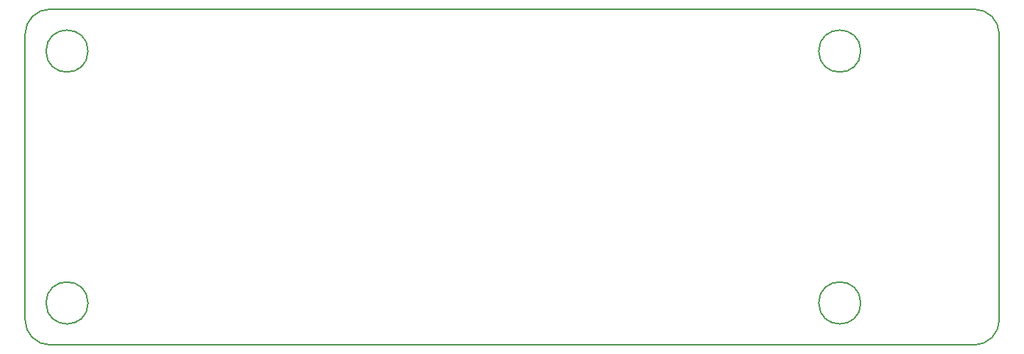
<source format=gm1>
%TF.GenerationSoftware,KiCad,Pcbnew,7.0.1-0*%
%TF.CreationDate,2023-09-15T13:21:47+02:00*%
%TF.ProjectId,letterboxsensor,6c657474-6572-4626-9f78-73656e736f72,rev?*%
%TF.SameCoordinates,Original*%
%TF.FileFunction,Profile,NP*%
%FSLAX46Y46*%
G04 Gerber Fmt 4.6, Leading zero omitted, Abs format (unit mm)*
G04 Created by KiCad (PCBNEW 7.0.1-0) date 2023-09-15 13:21:47*
%MOMM*%
%LPD*%
G01*
G04 APERTURE LIST*
%TA.AperFunction,Profile*%
%ADD10C,0.150000*%
%TD*%
G04 APERTURE END LIST*
D10*
X103000000Y-67500000D02*
X213000000Y-67500000D01*
X213000000Y-107500000D02*
X103000000Y-107500000D01*
X100000000Y-104500000D02*
X100000000Y-70500000D01*
X199500000Y-72500000D02*
G75*
G03*
X199500000Y-72500000I-2500000J0D01*
G01*
X216000000Y-70500000D02*
X216000000Y-104500000D01*
X100000000Y-104500000D02*
G75*
G03*
X103000000Y-107500000I3000000J0D01*
G01*
X216000000Y-70500000D02*
G75*
G03*
X213000000Y-67500000I-3000000J0D01*
G01*
X213000000Y-107500000D02*
G75*
G03*
X216000000Y-104500000I0J3000000D01*
G01*
X199500000Y-102500000D02*
G75*
G03*
X199500000Y-102500000I-2500000J0D01*
G01*
X107500000Y-72500000D02*
G75*
G03*
X107500000Y-72500000I-2500000J0D01*
G01*
X103000000Y-67500000D02*
G75*
G03*
X100000000Y-70500000I0J-3000000D01*
G01*
X107500000Y-102500000D02*
G75*
G03*
X107500000Y-102500000I-2500000J0D01*
G01*
M02*

</source>
